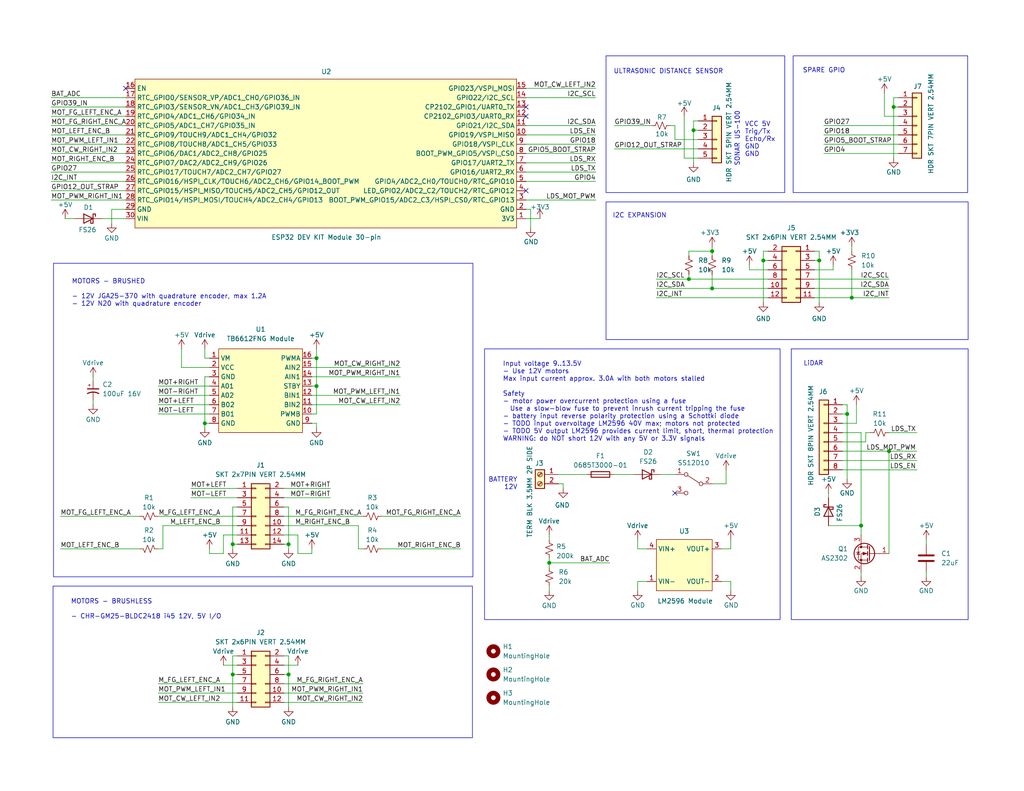
<source format=kicad_sch>
(kicad_sch (version 20230121) (generator eeschema)
  (paper "USLetter")
  (title_block (title "ESP32 Combined") (date "2024-03-29") (rev "0.1.0") (company "makerspet.com"))
  (lib_symbols
    (symbol "Device:C" (pin_numbers hide) (pin_names (offset 0.254))
      (property "Reference" "C" (at 0.635 2.54 0))
      (property "Value" "C" (at 0.635 -2.54 0))
      (symbol "C_1_1"
        (pin passive line (at 0 3.81 270) (length 2.794) (name "~") (number "1"))
        (pin passive line (at 0 -3.81 90) (length 2.794) (name "~") (number "2"))
      )
    )
    (symbol "Device:C_Polarized_Small_US" (pin_numbers hide) (pin_names (offset 0.254) hide)
      (property "Reference" "C" (at 0.254 1.778 0))
      (property "Value" "C_Polarized_Small_US" (at 0.254 -2.032 0))
      (symbol "C_Polarized_Small_US_1_1"
        (pin passive line (at 0 2.54 270) (length 2.032) (name "~") (number "1"))
        (pin passive line (at 0 -2.54 90) (length 2.032) (name "~") (number "2"))
      )
    )
    (symbol "Device:D_Schottky" (pin_numbers hide) (pin_names (offset 1.016) hide)
      (property "Reference" "D" (at 0 2.54 0))
      (property "Value" "D_Schottky" (at 0 -2.54 0))
      (symbol "D_Schottky_1_1"
        (pin passive line (at -3.81 0 0) (length 2.54) (name "K") (number "1"))
        (pin passive line (at 3.81 0 180) (length 2.54) (name "A") (number "2"))
      )
    )
    (symbol "Device:Fuse" (pin_numbers hide) (pin_names (offset 0))
      (property "Reference" "F" (at 2.032 0 90))
      (property "Value" "Fuse" (at -1.905 0 90))
      (symbol "Fuse_1_1"
        (pin passive line (at 0 3.81 270) (length 1.27) (name "~") (number "1"))
        (pin passive line (at 0 -3.81 90) (length 1.27) (name "~") (number "2"))
      )
    )
    (symbol "Device:R_Small_US" (pin_numbers hide) (pin_names (offset 0.254) hide)
      (property "Reference" "R" (at 0.762 0.508 0))
      (property "Value" "R_Small_US" (at 0.762 -1.016 0))
      (symbol "R_Small_US_1_1"
        (pin passive line (at 0 2.54 270) (length 1.016) (name "~") (number "1"))
        (pin passive line (at 0 -2.54 90) (length 1.016) (name "~") (number "2"))
      )
    )
    (symbol "Makerspet:Conn_01x05_Key2" (pin_names (offset 1.016) hide)
      (property "Reference" "J" (at 0 7.62 0))
      (property "Value" "Conn_01x05_Key2" (at 0 -7.62 0))
      (symbol "Conn_01x05_Key2_1_1"
        (pin passive line (at -5.08 5.08 0) (length 3.81) (name "Pin_1") (number "1"))
        (pin passive line (at -5.08 2.54 0) (length 3.81) (name "Pin_2") (number "2"))
        (pin passive line (at -5.08 0 0) (length 3.81) (name "Pin_3") (number "3"))
        (pin passive line (at -5.08 -2.54 0) (length 3.81) (name "Pin_4") (number "4"))
        (pin passive line (at -5.08 -5.08 0) (length 3.81) (name "Pin_5") (number "5"))
      )
    )
    (symbol "Makerspet:Conn_01x07_Key2" (pin_names (offset 1.016) hide)
      (property "Reference" "J" (at 0 10.16 0))
      (property "Value" "Conn_01x07_Key2" (at 0 -10.16 0))
      (symbol "Conn_01x07_Key2_1_1"
        (pin passive line (at -5.08 7.62 0) (length 3.81) (name "Pin_1") (number "1"))
        (pin passive line (at -5.08 5.08 0) (length 3.81) (name "Pin_2") (number "2"))
        (pin passive line (at -5.08 2.54 0) (length 3.81) (name "Pin_3") (number "3"))
        (pin passive line (at -5.08 0 0) (length 3.81) (name "Pin_4") (number "4"))
        (pin passive line (at -5.08 -2.54 0) (length 3.81) (name "Pin_5") (number "5"))
        (pin passive line (at -5.08 -5.08 0) (length 3.81) (name "Pin_6") (number "6"))
        (pin passive line (at -5.08 -7.62 0) (length 3.81) (name "Pin_7") (number "7"))
      )
    )
    (symbol "Makerspet:Conn_01x08_Key2" (pin_names (offset 1.016) hide)
      (property "Reference" "J" (at 0 10.16 0))
      (property "Value" "Conn_01x08_Key2" (at 0 -12.7 0))
      (symbol "Conn_01x08_Key2_1_1"
        (pin passive line (at -5.08 7.62 0) (length 3.81) (name "Pin_1") (number "1"))
        (pin passive line (at -5.08 5.08 0) (length 3.81) (name "Pin_2") (number "2"))
        (pin passive line (at -5.08 2.54 0) (length 3.81) (name "Pin_3") (number "3"))
        (pin passive line (at -5.08 0 0) (length 3.81) (name "Pin_4") (number "4"))
        (pin passive line (at -5.08 -2.54 0) (length 3.81) (name "Pin_5") (number "5"))
        (pin passive line (at -5.08 -5.08 0) (length 3.81) (name "Pin_6") (number "6"))
        (pin passive line (at -5.08 -7.62 0) (length 3.81) (name "Pin_7") (number "7"))
        (pin passive line (at -5.08 -10.16 0) (length 3.81) (name "Pin_8") (number "8"))
      )
    )
    (symbol "Makerspet:Conn_02x06_Odd_Even_Key2" (pin_names (offset 1.016) hide)
      (property "Reference" "J" (at 1.27 7.62 0))
      (property "Value" "Conn_02x06_Odd_Even_Key2" (at 1.27 -10.16 0))
      (symbol "Conn_02x06_Odd_Even_Key2_1_1"
        (pin passive line (at -5.08 5.08 0) (length 3.81) (name "Pin_1") (number "1"))
        (pin passive line (at 7.62 -5.08 180) (length 3.81) (name "Pin_10") (number "10"))
        (pin passive line (at -5.08 -7.62 0) (length 3.81) (name "Pin_11") (number "11"))
        (pin passive line (at 7.62 -7.62 180) (length 3.81) (name "Pin_12") (number "12"))
        (pin passive line (at 7.62 5.08 180) (length 3.81) (name "Pin_2") (number "2"))
        (pin passive line (at -5.08 2.54 0) (length 3.81) (name "Pin_3") (number "3"))
        (pin passive line (at 7.62 2.54 180) (length 3.81) (name "Pin_4") (number "4"))
        (pin passive line (at -5.08 0 0) (length 3.81) (name "Pin_5") (number "5"))
        (pin passive line (at 7.62 0 180) (length 3.81) (name "Pin_6") (number "6"))
        (pin passive line (at -5.08 -2.54 0) (length 3.81) (name "Pin_7") (number "7"))
        (pin passive line (at 7.62 -2.54 180) (length 3.81) (name "Pin_8") (number "8"))
        (pin passive line (at -5.08 -5.08 0) (length 3.81) (name "Pin_9") (number "9"))
      )
    )
    (symbol "Makerspet:Conn_02x06_Odd_Even_Key3" (pin_names (offset 1.016) hide)
      (property "Reference" "J" (at 1.27 7.62 0))
      (property "Value" "Conn_02x06_Odd_Even_Key3" (at 1.27 -10.16 0))
      (symbol "Conn_02x06_Odd_Even_Key3_1_1"
        (pin passive line (at -5.08 5.08 0) (length 3.81) (name "Pin_1") (number "1"))
        (pin passive line (at 7.62 -5.08 180) (length 3.81) (name "Pin_10") (number "10"))
        (pin passive line (at -5.08 -7.62 0) (length 3.81) (name "Pin_11") (number "11"))
        (pin passive line (at 7.62 -7.62 180) (length 3.81) (name "Pin_12") (number "12"))
        (pin passive line (at 7.62 5.08 180) (length 3.81) (name "Pin_2") (number "2"))
        (pin passive line (at -5.08 2.54 0) (length 3.81) (name "Pin_3") (number "3"))
        (pin passive line (at 7.62 2.54 180) (length 3.81) (name "Pin_4") (number "4"))
        (pin passive line (at -5.08 0 0) (length 3.81) (name "Pin_5") (number "5"))
        (pin passive line (at 7.62 0 180) (length 3.81) (name "Pin_6") (number "6"))
        (pin passive line (at -5.08 -2.54 0) (length 3.81) (name "Pin_7") (number "7"))
        (pin passive line (at 7.62 -2.54 180) (length 3.81) (name "Pin_8") (number "8"))
        (pin passive line (at -5.08 -5.08 0) (length 3.81) (name "Pin_9") (number "9"))
      )
    )
    (symbol "Makerspet:Conn_02x07_Odd_Even_Key3" (pin_names (offset 1.016) hide)
      (property "Reference" "J" (at 1.27 10.16 0))
      (property "Value" "Conn_02x07_Odd_Even_Key3" (at 1.27 -10.16 0))
      (symbol "Conn_02x07_Odd_Even_Key3_1_1"
        (pin passive line (at -5.08 7.62 0) (length 3.81) (name "Pin_1") (number "1"))
        (pin passive line (at 7.62 -2.54 180) (length 3.81) (name "Pin_10") (number "10"))
        (pin passive line (at -5.08 -5.08 0) (length 3.81) (name "Pin_11") (number "11"))
        (pin passive line (at 7.62 -5.08 180) (length 3.81) (name "Pin_12") (number "12"))
        (pin passive line (at -5.08 -7.62 0) (length 3.81) (name "Pin_13") (number "13"))
        (pin passive line (at 7.62 -7.62 180) (length 3.81) (name "Pin_14") (number "14"))
        (pin passive line (at 7.62 7.62 180) (length 3.81) (name "Pin_2") (number "2"))
        (pin passive line (at -5.08 5.08 0) (length 3.81) (name "Pin_3") (number "3"))
        (pin passive line (at 7.62 5.08 180) (length 3.81) (name "Pin_4") (number "4"))
        (pin passive line (at -5.08 2.54 0) (length 3.81) (name "Pin_5") (number "5"))
        (pin passive line (at 7.62 2.54 180) (length 3.81) (name "Pin_6") (number "6"))
        (pin passive line (at -5.08 0 0) (length 3.81) (name "Pin_7") (number "7"))
        (pin passive line (at 7.62 0 180) (length 3.81) (name "Pin_8") (number "8"))
        (pin passive line (at -5.08 -2.54 0) (length 3.81) (name "Pin_9") (number "9"))
      )
    )
    (symbol "Makerspet:ESP32-DOIT-V1"
      (property "Reference" "U1" (at -1.27 21.59 0))
      (property "Value" "ESP32 DEV KIT DOIT 30-pin" (at -1.27 24.13 0))
      (symbol "ESP32-DOIT-V1_1_1"
        (pin power_out line (at 53.34 -17.78 180) (length 2.54) (name "3V3") (number "1"))
        (pin bidirectional line (at 53.34 5.08 180) (length 2.54) (name "GPIO19/VSPI_MISO") (number "10"))
        (pin bidirectional line (at 53.34 7.62 180) (length 2.54) (name "GPIO21/I2C_SDA") (number "11"))
        (pin bidirectional line (at 53.34 10.16 180) (length 2.54) (name "CP2102_GPIO3/UART0_RX") (number "12"))
        (pin bidirectional line (at 53.34 12.7 180) (length 2.54) (name "CP2102_GPIO1/UART0_TX") (number "13"))
        (pin bidirectional line (at 53.34 15.24 180) (length 2.54) (name "GPIO22/I2C_SCL") (number "14"))
        (pin bidirectional line (at 53.34 17.78 180) (length 2.54) (name "GPIO23/VSPI_MOSI") (number "15"))
        (pin bidirectional line (at -55.88 17.78 0) (length 2.54) (name "EN") (number "16"))
        (pin bidirectional line (at -55.88 15.24 0) (length 2.54) (name "RTC_GPIO0/SENSOR_VP/ADC1_CH0/GPIO36_IN") (number "17"))
        (pin bidirectional line (at -55.88 12.7 0) (length 2.54) (name "RTC_GPIO3/SENSOR_VN/ADC1_CH3/GPIO39_IN") (number "18"))
        (pin bidirectional line (at -55.88 10.16 0) (length 2.54) (name "RTC_GPIO4/ADC1_CH6/GPIO34_IN") (number "19"))
        (pin passive line (at 53.34 -15.24 180) (length 2.54) (name "GND") (number "2"))
        (pin bidirectional line (at -55.88 7.62 0) (length 2.54) (name "RTC_GPIO5/ADC1_CH7/GPIO35_IN") (number "20"))
        (pin bidirectional line (at -55.88 5.08 0) (length 2.54) (name "RTC_GPIO9/TOUCH9/ADC1_CH4/GPIO32") (number "21"))
        (pin bidirectional line (at -55.88 2.54 0) (length 2.54) (name "RTC_GPIO8/TOUCH8/ADC1_CH5/GPIO33") (number "22"))
        (pin bidirectional line (at -55.88 0 0) (length 2.54) (name "RTC_GPIO6/DAC1/ADC2_CH8/GPIO25") (number "23"))
        (pin bidirectional line (at -55.88 -2.54 0) (length 2.54) (name "RTC_GPIO7/DAC2/ADC2_CH9/GPIO26") (number "24"))
        (pin bidirectional line (at -55.88 -5.08 0) (length 2.54) (name "RTC_GPIO17/TOUCH7/ADC2_CH7/GPIO27") (number "25"))
        (pin bidirectional line (at -55.88 -7.62 0) (length 2.54) (name "RTC_GPIO16/HSPI_CLK/TOUCH6/ADC2_CH6/GPIO14_BOOT_PWM") (number "26"))
        (pin bidirectional line (at -55.88 -10.16 0) (length 2.54) (name "RTC_GPIO15/HSPI_MISO/TOUCH5/ADC2_CH5/GPIO12_OUT") (number "27"))
        (pin bidirectional line (at -55.88 -12.7 0) (length 2.54) (name "RTC_GPIO14/HSPI_MOSI/TOUCH4/ADC2_CH4/GPIO13") (number "28"))
        (pin passive line (at -55.88 -15.24 0) (length 2.54) (name "GND") (number "29"))
        (pin bidirectional line (at 53.34 -12.7 180) (length 2.54) (name "BOOT_PWM_GPIO15/ADC2_C3/HSPI_CS0/RTC_GPIO13") (number "3"))
        (pin power_in line (at -55.88 -17.78 0) (length 2.54) (name "VIN") (number "30"))
        (pin bidirectional line (at 53.34 -10.16 180) (length 2.54) (name "LED_GPIO2/ADC2_C2/TOUCH2/RTC_GPIO12") (number "4"))
        (pin bidirectional line (at 53.34 -7.62 180) (length 2.54) (name "GPIO4/ADC2_CH0/TOUCH0/RTC_GPIO10") (number "5"))
        (pin bidirectional line (at 53.34 -5.08 180) (length 2.54) (name "GPIO16/UART2_RX") (number "6"))
        (pin bidirectional line (at 53.34 -2.54 180) (length 2.54) (name "GPIO17/UART2_TX") (number "7"))
        (pin bidirectional line (at 53.34 0 180) (length 2.54) (name "BOOT_PWM_GPIO5/VSPI_CS0") (number "8"))
        (pin bidirectional line (at 53.34 2.54 180) (length 2.54) (name "GPIO18/VSPI_CLK") (number "9"))
      )
    )
    (symbol "Makerspet:LM2596 Module"
      (property "Reference" "U" (at 0 -1.27 0))
      (symbol "LM2596 Module_1_1"
        (pin passive line (at -10.16 -13.97 0) (length 2.54) (name "VIN-") (number "1"))
        (pin passive line (at 10.16 -13.97 180) (length 2.54) (name "VOUT-") (number "2"))
        (pin power_out line (at 10.16 -5.08 180) (length 2.54) (name "VOUT+") (number "3"))
        (pin power_in line (at -10.16 -5.08 0) (length 2.54) (name "VIN+") (number "4"))
      )
    )
    (symbol "Makerspet:Screw_Terminal_01x02" (pin_names (offset 1.016) hide)
      (property "Reference" "J" (at 0 2.54 0))
      (property "Value" "Screw_Terminal_01x02" (at 0 -5.08 0))
      (symbol "Screw_Terminal_01x02_1_1"
        (pin power_out line (at -5.08 0 0) (length 3.81) (name "Pin_1") (number "1"))
        (pin power_out line (at -5.08 -2.54 0) (length 3.81) (name "Pin_2") (number "2"))
      )
    )
    (symbol "Makerspet:TB6612FNG Module"
      (property "Reference" "U?" (at -1.27 13.97 0))
      (property "Value" "TB6612FNG Module" (at -1.27 16.51 0))
      (symbol "TB6612FNG Module_1_1"
        (pin power_in line (at -13.97 8.89 0) (length 2.54) (name "VM") (number "1"))
        (pin input line (at 13.97 -6.35 180) (length 2.54) (name "PWMB") (number "10"))
        (pin input line (at 13.97 -3.81 180) (length 2.54) (name "BIN2") (number "11"))
        (pin input line (at 13.97 -1.27 180) (length 2.54) (name "BIN1") (number "12"))
        (pin input line (at 13.97 1.27 180) (length 2.54) (name "STBY") (number "13"))
        (pin input line (at 13.97 3.81 180) (length 2.54) (name "AIN1") (number "14"))
        (pin input line (at 13.97 6.35 180) (length 2.54) (name "AIN2") (number "15"))
        (pin input line (at 13.97 8.89 180) (length 2.54) (name "PWMA") (number "16"))
        (pin power_in line (at -13.97 6.35 0) (length 2.54) (name "VCC") (number "2"))
        (pin passive line (at -13.97 3.81 0) (length 2.54) (name "GND") (number "3"))
        (pin passive line (at -13.97 1.27 0) (length 2.54) (name "A01") (number "4"))
        (pin passive line (at -13.97 -1.27 0) (length 2.54) (name "A02") (number "5"))
        (pin bidirectional line (at -13.97 -3.81 0) (length 2.54) (name "B02") (number "6"))
        (pin passive line (at -13.97 -6.35 0) (length 2.54) (name "B01") (number "7"))
        (pin passive line (at -13.97 -8.89 0) (length 2.54) (name "GND") (number "8"))
        (pin passive line (at 13.97 -8.89 180) (length 2.54) (name "GND") (number "9"))
      )
    )
    (symbol "Mechanical:MountingHole" (pin_names (offset 1.016))
      (property "Reference" "H" (at 0 5.08 0))
      (property "Value" "MountingHole" (at 0 3.175 0))
    )
    (symbol "Switch:SW_SPDT" (pin_names (offset 0) hide)
      (property "Reference" "SW" (at 0 4.318 0))
      (property "Value" "SW_SPDT" (at 0 -5.08 0))
      (symbol "SW_SPDT_1_1"
        (pin passive line (at 5.08 2.54 180) (length 2.54) (name "A") (number "1"))
        (pin passive line (at -5.08 0 0) (length 2.54) (name "B") (number "2"))
        (pin passive line (at 5.08 -2.54 180) (length 2.54) (name "C") (number "3"))
      )
    )
    (symbol "Transistor_FET:BSS123" (pin_names hide)
      (property "Reference" "Q" (at 5.08 1.905 0))
      (property "Value" "BSS123" (at 5.08 0 0))
      (symbol "BSS123_1_1"
        (pin input line (at -5.08 0 0) (length 2.54) (name "G") (number "1"))
        (pin passive line (at 2.54 -5.08 90) (length 2.54) (name "S") (number "2"))
        (pin passive line (at 2.54 5.08 270) (length 2.54) (name "D") (number "3"))
      )
    )
    (symbol "power:+3V3" (power) (pin_names (offset 0))
      (property "Value" "+3V3" (at 0 3.556 0))
      (symbol "+3V3_1_1"
        (pin power_in line (at 0 0 90) (length 0) hide (name "+3V3") (number "1"))
      )
    )
    (symbol "power:+5V" (power) (pin_names (offset 0))
      (property "Value" "+5V" (at 0 3.556 0))
      (symbol "+5V_1_1"
        (pin power_in line (at 0 0 90) (length 0) hide (name "+5V") (number "1"))
      )
    )
    (symbol "power:GND" (power) (pin_names (offset 0))
      (property "Value" "GND" (at 0 -3.81 0))
      (symbol "GND_1_1"
        (pin power_in line (at 0 0 270) (length 0) hide (name "GND") (number "1"))
      )
    )
    (symbol "power:Vdrive" (power) (pin_names (offset 0))
      (property "Value" "Vdrive" (at 0 3.81 0))
      (symbol "Vdrive_1_1"
        (pin power_in line (at 0 0 90) (length 0) hide (name "Vdrive") (number "1"))
      )
    )
  )
  (junction (at 223.52 71.12))
  (junction (at 189.23 35.56))
  (junction (at 234.95 143.51))
  (junction (at 86.36 105.41))
  (junction (at 194.31 68.58))
  (junction (at 194.31 78.74))
  (junction (at 149.86 153.67))
  (junction (at 232.41 81.28))
  (junction (at 63.5 148.59))
  (junction (at 231.14 113.03))
  (junction (at 78.74 184.15))
  (junction (at 63.5 184.15))
  (junction (at 86.36 97.79))
  (junction (at 187.96 76.2))
  (junction (at 208.28 71.12))
  (junction (at 55.88 115.57))
  (junction (at 78.74 148.59))
  (junction (at 243.84 29.21))
  (junction (at 242.57 123.19))
  (no_connect (at 34.29 24.13))
  (no_connect (at 143.51 31.75))
  (no_connect (at 143.51 29.21))
  (no_connect (at 143.51 52.07))
  (no_connect (at 184.15 134.62))
  (wire (pts (xy 143.51 39.37) (xy 162.56 39.37)))
  (wire (pts (xy 224.79 41.91) (xy 245.11 41.91)))
  (wire (pts (xy 243.84 26.67) (xy 243.84 29.21)))
  (wire (pts (xy 86.36 115.57) (xy 86.36 116.84)))
  (wire (pts (xy 208.28 68.58) (xy 208.28 71.12)))
  (wire (pts (xy 149.86 146.05) (xy 149.86 147.32)))
  (wire (pts (xy 229.87 110.49) (xy 231.14 110.49)))
  (wire (pts (xy 208.28 71.12) (xy 209.55 71.12)))
  (wire (pts (xy 236.22 118.11) (xy 237.49 118.11)))
  (wire (pts (xy 27.94 59.69) (xy 34.29 59.69)))
  (wire (pts (xy 229.87 115.57) (xy 233.68 115.57)))
  (wire (pts (xy 144.78 57.15) (xy 144.78 62.23)))
  (wire (pts (xy 143.51 49.53) (xy 162.56 49.53)))
  (wire (pts (xy 229.87 123.19) (xy 242.57 123.19)))
  (wire (pts (xy 85.09 151.13) (xy 85.09 149.86)))
  (wire (pts (xy 85.09 102.87) (xy 109.22 102.87)))
  (wire (pts (xy 173.99 149.86) (xy 176.53 149.86)))
  (wire (pts (xy 78.74 148.59) (xy 77.47 148.59)))
  (wire (pts (xy 77.47 133.35) (xy 90.17 133.35)))
  (wire (pts (xy 85.09 115.57) (xy 86.36 115.57)))
  (wire (pts (xy 78.74 138.43) (xy 78.74 148.59)))
  (wire (pts (xy 149.86 153.67) (xy 149.86 154.94)))
  (wire (pts (xy 234.95 156.21) (xy 234.95 157.48)))
  (wire (pts (xy 232.41 67.31) (xy 232.41 68.58)))
  (wire (pts (xy 99.06 186.69) (xy 77.47 186.69)))
  (wire (pts (xy 63.5 148.59) (xy 64.77 148.59)))
  (wire (pts (xy 99.06 189.23) (xy 77.47 189.23)))
  (wire (pts (xy 229.87 128.27) (xy 250.19 128.27)))
  (wire (pts (xy 43.18 189.23) (xy 64.77 189.23)))
  (wire (pts (xy 63.5 179.07) (xy 63.5 184.15)))
  (wire (pts (xy 231.14 110.49) (xy 231.14 113.03)))
  (wire (pts (xy 179.07 78.74) (xy 194.31 78.74)))
  (wire (pts (xy 149.86 160.02) (xy 149.86 161.29)))
  (wire (pts (xy 143.51 26.67) (xy 162.56 26.67)))
  (wire (pts (xy 222.25 81.28) (xy 232.41 81.28)))
  (wire (pts (xy 184.15 38.1) (xy 190.5 38.1)))
  (wire (pts (xy 13.97 41.91) (xy 34.29 41.91)))
  (wire (pts (xy 86.36 95.25) (xy 86.36 97.79)))
  (wire (pts (xy 204.47 72.39) (xy 204.47 73.66)))
  (wire (pts (xy 143.51 44.45) (xy 162.56 44.45)))
  (wire (pts (xy 198.12 128.27) (xy 198.12 132.08)))
  (wire (pts (xy 222.25 78.74) (xy 242.57 78.74)))
  (wire (pts (xy 167.64 34.29) (xy 177.8 34.29)))
  (wire (pts (xy 153.67 132.08) (xy 153.67 133.35)))
  (wire (pts (xy 13.97 31.75) (xy 34.29 31.75)))
  (wire (pts (xy 16.51 149.86) (xy 38.1 149.86)))
  (wire (pts (xy 55.88 102.87) (xy 55.88 115.57)))
  (wire (pts (xy 63.5 138.43) (xy 64.77 138.43)))
  (wire (pts (xy 63.5 184.15) (xy 64.77 184.15)))
  (wire (pts (xy 85.09 110.49) (xy 109.22 110.49)))
  (wire (pts (xy 252.73 147.32) (xy 252.73 148.59)))
  (wire (pts (xy 190.5 33.02) (xy 189.23 33.02)))
  (wire (pts (xy 227.33 72.39) (xy 227.33 73.66)))
  (wire (pts (xy 234.95 118.11) (xy 234.95 143.51)))
  (wire (pts (xy 242.57 123.19) (xy 242.57 151.13)))
  (wire (pts (xy 63.5 149.86) (xy 63.5 148.59)))
  (wire (pts (xy 86.36 105.41) (xy 86.36 97.79)))
  (wire (pts (xy 43.18 191.77) (xy 64.77 191.77)))
  (wire (pts (xy 44.45 143.51) (xy 64.77 143.51)))
  (wire (pts (xy 173.99 158.75) (xy 176.53 158.75)))
  (wire (pts (xy 241.3 25.4) (xy 241.3 31.75)))
  (wire (pts (xy 152.4 132.08) (xy 153.67 132.08)))
  (wire (pts (xy 229.87 125.73) (xy 250.19 125.73)))
  (wire (pts (xy 149.86 152.4) (xy 149.86 153.67)))
  (wire (pts (xy 187.96 76.2) (xy 209.55 76.2)))
  (wire (pts (xy 143.51 46.99) (xy 162.56 46.99)))
  (wire (pts (xy 194.31 74.93) (xy 194.31 78.74)))
  (wire (pts (xy 189.23 35.56) (xy 189.23 44.45)))
  (wire (pts (xy 173.99 161.29) (xy 173.99 158.75)))
  (wire (pts (xy 229.87 120.65) (xy 236.22 120.65)))
  (wire (pts (xy 43.18 113.03) (xy 57.15 113.03)))
  (wire (pts (xy 57.15 151.13) (xy 57.15 149.86)))
  (wire (pts (xy 13.97 36.83) (xy 34.29 36.83)))
  (wire (pts (xy 199.39 161.29) (xy 199.39 158.75)))
  (wire (pts (xy 190.5 43.18) (xy 186.69 43.18)))
  (wire (pts (xy 245.11 26.67) (xy 243.84 26.67)))
  (wire (pts (xy 34.29 57.15) (xy 30.48 57.15)))
  (wire (pts (xy 231.14 130.81) (xy 231.14 113.03)))
  (wire (pts (xy 57.15 102.87) (xy 55.88 102.87)))
  (wire (pts (xy 13.97 34.29) (xy 34.29 34.29)))
  (wire (pts (xy 52.07 133.35) (xy 64.77 133.35)))
  (wire (pts (xy 13.97 52.07) (xy 34.29 52.07)))
  (wire (pts (xy 209.55 68.58) (xy 208.28 68.58)))
  (wire (pts (xy 43.18 186.69) (xy 64.77 186.69)))
  (wire (pts (xy 223.52 68.58) (xy 223.52 71.12)))
  (wire (pts (xy 25.4 102.87) (xy 25.4 104.14)))
  (wire (pts (xy 97.79 143.51) (xy 97.79 149.86)))
  (wire (pts (xy 179.07 76.2) (xy 187.96 76.2)))
  (wire (pts (xy 77.47 143.51) (xy 97.79 143.51)))
  (wire (pts (xy 57.15 97.79) (xy 55.88 97.79)))
  (wire (pts (xy 43.18 110.49) (xy 57.15 110.49)))
  (wire (pts (xy 209.55 73.66) (xy 204.47 73.66)))
  (wire (pts (xy 189.23 35.56) (xy 190.5 35.56)))
  (wire (pts (xy 55.88 115.57) (xy 55.88 116.84)))
  (wire (pts (xy 194.31 78.74) (xy 209.55 78.74)))
  (wire (pts (xy 85.09 113.03) (xy 86.36 113.03)))
  (wire (pts (xy 81.28 151.13) (xy 85.09 151.13)))
  (wire (pts (xy 194.31 67.31) (xy 194.31 68.58)))
  (wire (pts (xy 77.47 138.43) (xy 78.74 138.43)))
  (wire (pts (xy 236.22 120.65) (xy 236.22 118.11)))
  (wire (pts (xy 232.41 81.28) (xy 242.57 81.28)))
  (wire (pts (xy 189.23 33.02) (xy 189.23 35.56)))
  (wire (pts (xy 143.51 41.91) (xy 162.56 41.91)))
  (wire (pts (xy 77.47 146.05) (xy 81.28 146.05)))
  (wire (pts (xy 43.18 107.95) (xy 57.15 107.95)))
  (wire (pts (xy 184.15 34.29) (xy 184.15 38.1)))
  (wire (pts (xy 243.84 29.21) (xy 245.11 29.21)))
  (wire (pts (xy 229.87 118.11) (xy 234.95 118.11)))
  (wire (pts (xy 63.5 184.15) (xy 63.5 193.04)))
  (wire (pts (xy 143.51 36.83) (xy 162.56 36.83)))
  (wire (pts (xy 143.51 54.61) (xy 162.56 54.61)))
  (wire (pts (xy 55.88 97.79) (xy 55.88 95.25)))
  (wire (pts (xy 232.41 73.66) (xy 232.41 81.28)))
  (wire (pts (xy 81.28 146.05) (xy 81.28 151.13)))
  (wire (pts (xy 186.69 43.18) (xy 186.69 31.75)))
  (wire (pts (xy 187.96 69.85) (xy 187.96 68.58)))
  (wire (pts (xy 222.25 71.12) (xy 223.52 71.12)))
  (wire (pts (xy 77.47 179.07) (xy 78.74 179.07)))
  (wire (pts (xy 85.09 107.95) (xy 109.22 107.95)))
  (wire (pts (xy 194.31 68.58) (xy 194.31 69.85)))
  (wire (pts (xy 25.4 109.22) (xy 25.4 110.49)))
  (wire (pts (xy 208.28 71.12) (xy 208.28 82.55)))
  (wire (pts (xy 86.36 113.03) (xy 86.36 105.41)))
  (wire (pts (xy 77.47 184.15) (xy 78.74 184.15)))
  (wire (pts (xy 55.88 115.57) (xy 57.15 115.57)))
  (wire (pts (xy 43.18 105.41) (xy 57.15 105.41)))
  (wire (pts (xy 64.77 179.07) (xy 63.5 179.07)))
  (wire (pts (xy 13.97 54.61) (xy 34.29 54.61)))
  (wire (pts (xy 81.28 181.61) (xy 77.47 181.61)))
  (wire (pts (xy 167.64 129.54) (xy 172.72 129.54)))
  (wire (pts (xy 167.64 40.64) (xy 190.5 40.64)))
  (wire (pts (xy 231.14 113.03) (xy 229.87 113.03)))
  (wire (pts (xy 57.15 100.33) (xy 49.53 100.33)))
  (wire (pts (xy 86.36 97.79) (xy 85.09 97.79)))
  (wire (pts (xy 180.34 129.54) (xy 184.15 129.54)))
  (wire (pts (xy 242.57 118.11) (xy 250.19 118.11)))
  (wire (pts (xy 143.51 24.13) (xy 162.56 24.13)))
  (wire (pts (xy 222.25 68.58) (xy 223.52 68.58)))
  (wire (pts (xy 60.96 181.61) (xy 64.77 181.61)))
  (wire (pts (xy 52.07 135.89) (xy 64.77 135.89)))
  (wire (pts (xy 179.07 81.28) (xy 209.55 81.28)))
  (wire (pts (xy 182.88 34.29) (xy 184.15 34.29)))
  (wire (pts (xy 77.47 135.89) (xy 90.17 135.89)))
  (wire (pts (xy 13.97 46.99) (xy 34.29 46.99)))
  (wire (pts (xy 196.85 149.86) (xy 199.39 149.86)))
  (wire (pts (xy 233.68 115.57) (xy 233.68 110.49)))
  (wire (pts (xy 243.84 29.21) (xy 243.84 43.18)))
  (wire (pts (xy 143.51 57.15) (xy 144.78 57.15)))
  (wire (pts (xy 242.57 123.19) (xy 250.19 123.19)))
  (wire (pts (xy 77.47 140.97) (xy 99.06 140.97)))
  (wire (pts (xy 196.85 158.75) (xy 199.39 158.75)))
  (wire (pts (xy 143.51 34.29) (xy 162.56 34.29)))
  (wire (pts (xy 224.79 36.83) (xy 245.11 36.83)))
  (wire (pts (xy 78.74 149.86) (xy 78.74 148.59)))
  (wire (pts (xy 13.97 39.37) (xy 34.29 39.37)))
  (wire (pts (xy 97.79 149.86) (xy 99.06 149.86)))
  (wire (pts (xy 226.06 143.51) (xy 234.95 143.51)))
  (wire (pts (xy 152.4 129.54) (xy 160.02 129.54)))
  (wire (pts (xy 17.78 59.69) (xy 20.32 59.69)))
  (wire (pts (xy 226.06 134.62) (xy 226.06 135.89)))
  (wire (pts (xy 60.96 151.13) (xy 57.15 151.13)))
  (wire (pts (xy 173.99 147.32) (xy 173.99 149.86)))
  (wire (pts (xy 99.06 191.77) (xy 77.47 191.77)))
  (wire (pts (xy 13.97 26.67) (xy 34.29 26.67)))
  (wire (pts (xy 187.96 68.58) (xy 194.31 68.58)))
  (wire (pts (xy 64.77 146.05) (xy 60.96 146.05)))
  (wire (pts (xy 223.52 71.12) (xy 223.52 82.55)))
  (wire (pts (xy 13.97 29.21) (xy 34.29 29.21)))
  (wire (pts (xy 104.14 149.86) (xy 125.73 149.86)))
  (wire (pts (xy 241.3 31.75) (xy 245.11 31.75)))
  (wire (pts (xy 104.14 140.97) (xy 125.73 140.97)))
  (wire (pts (xy 222.25 73.66) (xy 227.33 73.66)))
  (wire (pts (xy 85.09 100.33) (xy 109.22 100.33)))
  (wire (pts (xy 149.86 153.67) (xy 166.37 153.67)))
  (wire (pts (xy 252.73 156.21) (xy 252.73 157.48)))
  (wire (pts (xy 85.09 105.41) (xy 86.36 105.41)))
  (wire (pts (xy 224.79 39.37) (xy 245.11 39.37)))
  (wire (pts (xy 43.18 140.97) (xy 64.77 140.97)))
  (wire (pts (xy 78.74 184.15) (xy 78.74 193.04)))
  (wire (pts (xy 234.95 143.51) (xy 234.95 146.05)))
  (wire (pts (xy 49.53 100.33) (xy 49.53 95.25)))
  (wire (pts (xy 198.12 132.08) (xy 194.31 132.08)))
  (wire (pts (xy 224.79 34.29) (xy 245.11 34.29)))
  (wire (pts (xy 63.5 148.59) (xy 63.5 138.43)))
  (wire (pts (xy 44.45 143.51) (xy 44.45 149.86)))
  (wire (pts (xy 78.74 179.07) (xy 78.74 184.15)))
  (wire (pts (xy 60.96 146.05) (xy 60.96 151.13)))
  (wire (pts (xy 222.25 76.2) (xy 242.57 76.2)))
  (wire (pts (xy 30.48 57.15) (xy 30.48 60.96)))
  (wire (pts (xy 143.51 59.69) (xy 147.32 59.69)))
  (wire (pts (xy 13.97 49.53) (xy 34.29 49.53)))
  (wire (pts (xy 44.45 149.86) (xy 43.18 149.86)))
  (wire (pts (xy 13.97 44.45) (xy 34.29 44.45)))
  (wire (pts (xy 199.39 147.32) (xy 199.39 149.86)))
  (wire (pts (xy 187.96 74.93) (xy 187.96 76.2)))
  (wire (pts (xy 38.1 140.97) (xy 16.51 140.97)))
  (rectangle (start 14.478 160.02) (end 128.905 201.422))
  (rectangle (start 14.605 71.882) (end 129.032 157.48))
  (rectangle (start 165.354 55.118) (end 264.16 92.71))
  (rectangle (start 215.9 95.25) (end 264.16 169.164))
  (rectangle (start 132.207 95.25) (end 212.852 169.164))
  (rectangle (start 165.354 15.24) (end 214.122 52.578))
  (rectangle (start 216.408 15.24) (end 264.033 52.578))
  (text "SONAR US-100" (at 201.93 45.466 90) (effects (font (size 1.27 1.27)) (justify left bottom)))
  (text "VCC 5V\nTrig/Tx\nEcho/Rx\nGND\nGND\n" (at 203.2 42.926 0) (effects (font (size 1.27 1.27)) (justify left bottom)))
  (text "SPARE GPIO" (at 230.632 20.066 0) (effects (font (size 1.27 1.27)) (justify right bottom)))
  (text "MOTORS - BRUSHED\n\n- 12V JGA25-370 with quadrature encoder, max 1.2A\n- 12V N20 with quadrature encoder" (at 19.558 83.82 0) (effects (font (size 1.27 1.27)) (justify left bottom)))
  (text "ULTRASONIC DISTANCE SENSOR" (at 197.358 20.32 0) (effects (font (size 1.27 1.27)) (justify right bottom)))
  (text "I2C EXPANSION" (at 167.132 59.69 0) (effects (font (size 1.27 1.27)) (justify left bottom)))
  (text "Input voltage 9..13.5V\n- Use 12V motors\nMax input current approx. 3.0A with both motors stalled\n\nSafety\n- motor power overcurrent protection using a fuse\n  Use a slow-blow fuse to prevent inrush current tripping the fuse\n- battery input reverse polarity protection using a Schottki diode\n- TODO input overvoltage LM2596 40V max; motors not protected\n- TODO 5V output LM2596 provides current limit, short, thermal protection\nWARNING: do NOT short 12V with any 5V or 3.3V signals" (at 137.16 120.65 0) (effects (font (size 1.27 1.27)) (justify left bottom)))
  (text "MOTORS - BRUSHLESS\n\n- CHR-GM25-BLDC2418 i45 12V, 5V I/O" (at 19.304 169.164 0) (effects (font (size 1.27 1.27)) (justify left bottom)))
  (text "BATTERY\n12V" (at 141.224 133.858 0) (effects (font (size 1.27 1.27)) (justify right bottom)))
  (text "LiDAR" (at 219.202 100.076 0) (effects (font (size 1.27 1.27)) (justify left bottom)))
  (label "M_LEFT_ENC_B" (at 60.198 143.51 180))
  (label "MOT_FG_LEFT_ENC_A" (at 13.97 31.75 0))
  (label "MOT_RIGHT_ENC_B" (at 13.97 44.45 0))
  (label "MOT_FG_LEFT_ENC_A" (at 16.51 140.97 0))
  (label "GPIO12_OUT_STRAP" (at 167.64 40.64 0))
  (label "LDS_RX" (at 162.56 44.45 180))
  (label "BAT_ADC" (at 13.97 26.67 0))
  (label "M_FG_RIGHT_ENC_A" (at 80.518 140.97 0))
  (label "GPIO5_BOOT_STRAP" (at 162.56 41.91 180))
  (label "GPIO39_IN" (at 167.64 34.29 0))
  (label "MOT+LEFT" (at 43.18 110.49 0))
  (label "GPIO18" (at 162.56 39.37 180))
  (label "LDS_TX" (at 162.56 46.99 180))
  (label "MOT_CW_LEFT_IN2" (at 162.56 24.13 180))
  (label "MOT+LEFT" (at 52.07 133.35 0))
  (label "LDS_TX" (at 249.936 118.11 180))
  (label "I2C_SDA" (at 242.57 78.74 180))
  (label "MOT_PWM_RIGHT_IN1" (at 109.22 102.87 180))
  (label "MOT_LEFT_ENC_B" (at 16.51 149.86 0))
  (label "I2C_SDA" (at 162.56 34.29 180))
  (label "MOT-RIGHT" (at 90.17 135.89 180))
  (label "MOT-LEFT" (at 43.18 113.03 0))
  (label "BAT_ADC" (at 166.37 153.67 180))
  (label "M_FG_LEFT_ENC_A" (at 60.198 140.97 180))
  (label "MOT_RIGHT_ENC_B" (at 125.73 149.86 180))
  (label "LDS_EN" (at 249.936 128.27 180))
  (label "MOT-RIGHT" (at 43.18 107.95 0))
  (label "M_RIGHT_ENC_B" (at 80.518 143.51 0))
  (label "MOT_PWM_LEFT_IN1" (at 13.97 39.37 0))
  (label "MOT_CW_LEFT_IN2" (at 109.22 110.49 180))
  (label "LDS_EN" (at 162.56 36.83 180))
  (label "MOT+RIGHT" (at 43.18 105.41 0))
  (label "I2C_SCL" (at 242.57 76.2 180))
  (label "I2C_INT" (at 242.57 81.28 180))
  (label "MOT_FG_RIGHT_ENC_A" (at 125.73 140.97 180))
  (label "M_FG_LEFT_ENC_A" (at 43.18 186.69 0))
  (label "MOT_LEFT_ENC_B" (at 13.97 36.83 0))
  (label "M_FG_RIGHT_ENC_A" (at 99.06 186.69 180))
  (label "GPIO27" (at 13.97 46.99 0))
  (label "MOT_CW_RIGHT_IN2" (at 13.97 41.91 0))
  (label "MOT_PWM_LEFT_IN1" (at 43.18 189.23 0))
  (label "I2C_SDA" (at 179.07 78.74 0))
  (label "MOT_CW_RIGHT_IN2" (at 99.06 191.77 180))
  (label "MOT_CW_LEFT_IN2" (at 43.18 191.77 0))
  (label "GPIO18" (at 224.79 36.83 0))
  (label "GPIO27" (at 224.79 34.29 0))
  (label "I2C_INT" (at 179.07 81.28 0))
  (label "MOT_PWM_RIGHT_IN1" (at 13.97 54.61 0))
  (label "LDS_MOT_PWM" (at 162.56 54.61 180))
  (label "GPIO5_BOOT_STRAP" (at 224.79 39.37 0))
  (label "MOT_FG_RIGHT_ENC_A" (at 13.97 34.29 0))
  (label "GPIO39_IN" (at 13.97 29.21 0))
  (label "MOT_CW_RIGHT_IN2" (at 109.22 100.33 180))
  (label "MOT_PWM_LEFT_IN1" (at 109.22 107.95 180))
  (label "I2C_SCL" (at 162.56 26.67 180))
  (label "LDS_RX" (at 249.936 125.73 180))
  (label "I2C_SCL" (at 179.07 76.2 0))
  (label "MOT-LEFT" (at 52.07 135.89 0))
  (label "MOT+RIGHT" (at 90.17 133.35 180))
  (label "GPIO4" (at 224.79 41.91 0))
  (label "LDS_MOT_PWM" (at 249.936 123.19 180))
  (label "GPIO4" (at 162.56 49.53 180))
  (label "I2C_INT" (at 13.97 49.53 0))
  (label "MOT_PWM_RIGHT_IN1" (at 99.06 189.23 180))
  (label "GPIO12_OUT_STRAP" (at 13.97 52.07 0))
  (symbol (lib_id "power:+5V") (at 226.06 134.62 0) (unit 1)
    (property "Reference" "#PWR032" (effects hide))
    (property "Value" "+5V" (at 226.06 130.81 0))
  )
  (symbol (lib_id "power:GND") (at 55.88 116.84 0) (unit 1)
    (property "Reference" "#PWR05" (effects hide))
    (property "Value" "GND" (at 55.88 120.904 0))
  )
  (symbol (lib_id "power:GND") (at 173.99 161.29 0) (unit 1)
    (property "Reference" "#PWR022" (effects hide))
    (property "Value" "GND" (at 173.99 165.227 0))
  )
  (symbol (lib_id "power:+3V3") (at 147.32 59.69 0) (unit 1)
    (property "Reference" "#PWR017" (effects hide))
    (property "Value" "+3V3" (at 147.32 56.515 0))
  )
  (symbol (lib_id "power:+5V") (at 233.68 110.49 0) (unit 1)
    (property "Reference" "#PWR036" (effects hide))
    (property "Value" "+5V" (at 233.68 106.68 0))
  )
  (symbol (lib_id "power:GND") (at 144.78 62.23 0) (unit 1)
    (property "Reference" "#PWR016" (effects hide))
    (property "Value" "GND" (at 144.907 66.04 0))
  )
  (symbol (lib_id "Device:D_Schottky") (at 24.13 59.69 0) (mirror y) (unit 1)
    (property "Reference" "D1" (at 24.13 56.642 0))
    (property "Value" "FS26" (at 23.876 62.738 0))
    (property "Footprint" "Diode_SMD:D_SOD-123F" (effects hide))
    (property "Datasheet" "https://www.digikey.com/en/products/detail/good-ark-semiconductor/FS26/18667798" (effects hide))
  )
  (symbol (lib_id "power:+5V") (at 241.3 25.4 0) (unit 1)
    (property "Reference" "#PWR038" (effects hide))
    (property "Value" "+5V" (at 241.3 21.59 0))
  )
  (symbol (lib_id "power:Vdrive") (at 81.28 181.61 0) (unit 1)
    (property "Reference" "#PWR012" (effects hide))
    (property "Value" "Vdrive" (at 81.28 177.8 0))
  )
  (symbol (lib_id "power:Vdrive") (at 55.88 95.25 0) (unit 1)
    (property "Reference" "#PWR04" (effects hide))
    (property "Value" "Vdrive" (at 55.88 91.44 0))
  )
  (symbol (lib_id "Switch:SW_SPDT") (at 189.23 132.08 0) (mirror y) (unit 1)
    (property "Reference" "SW1" (at 189.23 123.825 0))
    (property "Value" "SS12D10" (at 189.23 126.365 0))
    (property "Footprint" "Makerspet:SWITCH" (effects hide))
    (property "Datasheet" "https://www.aliexpress.us/item/3256803752541650.html" (effects hide))
  )
  (symbol (lib_id "Device:Fuse") (at 163.83 129.54 90) (unit 1)
    (property "Reference" "F1" (at 163.83 124.46 90))
    (property "Value" "0685T3000-01" (at 163.83 127 90))
    (property "Footprint" "Fuse:Fuse_1206_3216Metric" (effects hide))
    (property "Datasheet" "https://www.belfuse.com/resources/datasheets/circuitprotection/ds-cp-c1t-series.pdf" (effects hide))
  )
  (symbol (lib_id "power:+3V3") (at 194.31 67.31 0) (unit 1)
    (property "Reference" "#PWR025" (effects hide))
    (property "Value" "+3V3" (at 193.675 63.5 0))
  )
  (symbol (lib_id "Mechanical:MountingHole") (at 134.62 184.15 0) (unit 1) (in_bom no)
    (property "Reference" "H2" (at 137.16 182.88 0) (effects (justify left)))
    (property "Value" "MountingHole" (at 137.16 185.42 0) (effects (justify left)))
    (property "Footprint" "MountingHole:MountingHole_3.2mm_M3" (effects hide))
  )
  (symbol (lib_id "power:Vdrive") (at 25.4 102.87 0) (unit 1)
    (property "Reference" "#PWR043" (effects hide))
    (property "Value" "Vdrive" (at 25.4 99.06 0))
  )
  (symbol (lib_id "power:+3V3") (at 232.41 67.31 0) (unit 1)
    (property "Reference" "#PWR035" (effects hide))
    (property "Value" "+3V3" (at 231.775 63.5 0))
  )
  (symbol (lib_id "power:GND") (at 86.36 116.84 0) (unit 1)
    (property "Reference" "#PWR015" (effects hide))
    (property "Value" "GND" (at 86.36 120.904 0))
  )
  (symbol (lib_id "power:+5V") (at 85.09 149.86 0) (unit 1)
    (property "Reference" "#PWR013" (effects hide))
    (property "Value" "+5V" (at 85.09 146.05 0))
  )
  (symbol (lib_id "Makerspet:Conn_01x05_Key2") (at 195.58 38.1 0) (unit 1)
    (property "Reference" "J4" (at 194.31 29.464 0) (effects (justify left)))
    (property "Value" "HDR SKT 5PIN VERT 2.54MM" (at 198.882 49.784 90) (effects (justify left)))
    (property "Footprint" "Connector_PinSocket_2.54mm:PinSocket_1x05_P2.54mm_Vertical" (effects hide))
  )
  (symbol (lib_id "power:+5V") (at 186.69 31.75 0) (unit 1)
    (property "Reference" "#PWR023" (effects hide))
    (property "Value" "+5V" (at 186.69 28.194 0))
  )
  (symbol (lib_id "Device:R_Small_US") (at 187.96 72.39 0) (unit 1)
    (property "Reference" "R8" (at 190.5 71.12 0) (effects (justify left)))
    (property "Value" "10k" (at 190.5 73.66 0) (effects (justify left)))
    (property "Footprint" "Resistor_SMD:R_0603_1608Metric" (effects hide))
  )
  (symbol (lib_id "Device:D_Schottky") (at 226.06 139.7 90) (mirror x) (unit 1)
    (property "Reference" "D3" (at 223.012 139.7 0))
    (property "Value" "FS26" (at 229.108 139.954 0))
    (property "Footprint" "Diode_SMD:D_SOD-123F" (effects hide))
    (property "Datasheet" "https://www.digikey.com/en/products/detail/good-ark-semiconductor/FS26/18667798" (effects hide))
  )
  (symbol (lib_id "power:GND") (at 149.86 161.29 0) (unit 1)
    (property "Reference" "#PWR019" (effects hide))
    (property "Value" "GND" (at 149.86 165.354 0))
  )
  (symbol (lib_id "Makerspet:Conn_02x06_Odd_Even_Key2") (at 217.17 73.66 0) (mirror y) (unit 1)
    (property "Reference" "J5" (at 215.9 62.23 0))
    (property "Value" "SKT 2x6PIN VERT 2.54MM" (at 215.9 64.77 0))
    (property "Footprint" "Connector_PinSocket_2.54mm:PinSocket_2x06_P2.54mm_Vertical" (effects hide))
  )
  (symbol (lib_id "power:GND") (at 208.28 82.55 0) (unit 1)
    (property "Reference" "#PWR030" (effects hide))
    (property "Value" "GND" (at 208.28 86.995 0))
  )
  (symbol (lib_id "Device:R_Small_US") (at 101.6 140.97 270) (unit 1)
    (property "Reference" "R3" (at 101.6 135.897 90))
    (property "Value" "10k" (at 101.6 138.437 90))
    (property "Footprint" "Resistor_SMD:R_0603_1608Metric" (effects hide))
  )
  (symbol (lib_id "power:GND") (at 231.14 130.81 0) (unit 1)
    (property "Reference" "#PWR034" (effects hide))
    (property "Value" "GND" (at 231.14 134.62 0))
  )
  (symbol (lib_id "power:+5V") (at 86.36 95.25 0) (unit 1)
    (property "Reference" "#PWR014" (effects hide))
    (property "Value" "+5V" (at 86.36 91.44 0))
  )
  (symbol (lib_id "Transistor_FET:BSS123") (at 237.49 151.13 0) (mirror y) (unit 1)
    (property "Reference" "Q1" (at 231.394 149.86 0) (effects (justify left)))
    (property "Value" "AS2302" (at 231.394 152.4 0) (effects (justify left)))
    (property "Footprint" "Package_TO_SOT_SMD:SOT-23" (effects hide))
    (property "Datasheet" "https://www.digikey.com/en/products/detail/anbon-semiconductor-int-l-limited/AS2302/16708469" (effects hide))
  )
  (symbol (lib_id "Mechanical:MountingHole") (at 134.62 190.5 0) (unit 1) (in_bom no)
    (property "Reference" "H3" (at 137.16 189.23 0) (effects (justify left)))
    (property "Value" "MountingHole" (at 137.16 191.77 0) (effects (justify left)))
    (property "Footprint" "MountingHole:MountingHole_3.2mm_M3" (effects hide))
  )
  (symbol (lib_id "power:GND") (at 63.5 149.86 0) (mirror y) (unit 1)
    (property "Reference" "#PWR08" (effects hide))
    (property "Value" "GND" (at 63.5 153.924 0))
  )
  (symbol (lib_id "Makerspet:Conn_01x07_Key2") (at 250.19 34.29 0) (unit 1)
    (property "Reference" "J7" (at 249.174 23.622 0) (effects (justify left)))
    (property "Value" "HDR SKT 7PIN VERT 2.54MM" (at 254 47.498 90) (effects (justify left)))
    (property "Footprint" "Connector_PinSocket_2.54mm:PinSocket_1x07_P2.54mm_Vertical" (effects hide))
  )
  (symbol (lib_id "Makerspet:LM2596 Module") (at 186.69 144.78 0) (unit 1)
    (property "Reference" "U3" (at 186.69 145.034 0))
    (property "Value" "LM2596 Module" (at 186.944 164.084 0))
    (property "Footprint" "Makerspet:LM2596 Module SMD" (effects hide))
    (property "Link" "https://www.amazon.com/Zixtec-LM2596-Converter-Module-1-25V-30V/dp/B07VVXF7YX/" (effects hide))
  )
  (symbol (lib_id "power:GND") (at 223.52 82.55 0) (mirror y) (unit 1)
    (property "Reference" "#PWR031" (effects hide))
    (property "Value" "GND" (at 223.52 86.995 0))
  )
  (symbol (lib_id "Device:R_Small_US") (at 240.03 118.11 270) (unit 1)
    (property "Reference" "R11" (at 240.03 113.037 90))
    (property "Value" "10k" (at 240.03 115.577 90))
    (property "Footprint" "Resistor_SMD:R_0603_1608Metric" (effects hide))
  )
  (symbol (lib_id "Makerspet:ESP32-DOIT-V1") (at 90.17 41.91 0) (unit 1)
    (property "Reference" "U2" (at 89.027 19.558 0))
    (property "Value" "ESP32 DEV KIT Module 30-pin" (at 89.027 64.77 0))
    (property "Footprint" "Makerspet:ESP-32" (effects hide))
  )
  (symbol (lib_id "Device:R_Small_US") (at 149.86 157.48 180) (unit 1)
    (property "Reference" "R6" (at 152.4 156.21 0) (effects (justify right)))
    (property "Value" "20k" (at 152.4 158.75 0) (effects (justify right)))
    (property "Footprint" "Resistor_SMD:R_0603_1608Metric" (effects hide))
  )
  (symbol (lib_id "power:Vdrive") (at 173.99 147.32 0) (unit 1)
    (property "Reference" "#PWR021" (effects hide))
    (property "Value" "Vdrive" (at 173.99 143.51 0))
  )
  (symbol (lib_id "Mechanical:MountingHole") (at 134.62 177.8 0) (unit 1) (in_bom no)
    (property "Reference" "H1" (at 137.16 176.53 0) (effects (justify left)))
    (property "Value" "MountingHole" (at 137.16 179.07 0) (effects (justify left)))
    (property "Footprint" "MountingHole:MountingHole_3.2mm_M3" (effects hide))
  )
  (symbol (lib_id "power:+5V") (at 17.78 59.69 0) (unit 1)
    (property "Reference" "#PWR01" (effects hide))
    (property "Value" "+5V" (at 17.78 55.88 0))
  )
  (symbol (lib_id "Device:R_Small_US") (at 40.64 149.86 90) (mirror x) (unit 1)
    (property "Reference" "R2" (at 40.64 144.787 90))
    (property "Value" "10k" (at 40.64 147.327 90))
    (property "Footprint" "Resistor_SMD:R_0603_1608Metric" (effects hide))
  )
  (symbol (lib_id "Makerspet:Conn_02x07_Odd_Even_Key3") (at 69.85 140.97 0) (unit 1)
    (property "Reference" "J1" (at 71.12 127 0))
    (property "Value" "SKT 2x7PIN VERT 2.54MM" (at 71.12 129.54 0))
    (property "Footprint" "Connector_PinSocket_2.54mm:PinSocket_2x07_P2.54mm_Vertical" (effects hide))
  )
  (symbol (lib_id "Device:D_Schottky") (at 176.53 129.54 0) (mirror y) (unit 1)
    (property "Reference" "D2" (at 176.8475 123.444 0))
    (property "Value" "FS26" (at 176.8475 125.984 0))
    (property "Footprint" "Diode_SMD:D_SOD-123F" (effects hide))
    (property "Datasheet" "https://www.digikey.com/en/products/detail/good-ark-semiconductor/FS26/18667798" (effects hide))
  )
  (symbol (lib_id "Device:C") (at 252.73 152.4 0) (unit 1)
    (property "Reference" "C1" (at 256.794 151.13 0) (effects (justify left)))
    (property "Value" "22uF" (at 256.794 153.67 0) (effects (justify left)))
    (property "Footprint" "Capacitor_SMD:C_0603_1608Metric" (effects hide))
  )
  (symbol (lib_id "Makerspet:TB6612FNG Module") (at 71.12 106.68 0) (unit 1)
    (property "Reference" "U1" (at 71.12 89.916 0))
    (property "Value" "TB6612FNG Module" (at 71.12 92.456 0))
    (property "Footprint" "Makerspet:TB6612FNG Module" (effects hide))
  )
  (symbol (lib_id "power:GND") (at 189.23 44.45 0) (unit 1)
    (property "Reference" "#PWR024" (effects hide))
    (property "Value" "GND" (at 189.23 49.022 0))
  )
  (symbol (lib_id "power:GND") (at 78.74 193.04 0) (unit 1)
    (property "Reference" "#PWR011" (effects hide))
    (property "Value" "GND" (at 78.74 197.104 0))
  )
  (symbol (lib_id "power:+5V") (at 227.33 72.39 0) (mirror y) (unit 1)
    (property "Reference" "#PWR033" (effects hide))
    (property "Value" "+5V" (at 227.33 68.58 0))
  )
  (symbol (lib_id "power:GND") (at 252.73 157.48 0) (unit 1)
    (property "Reference" "#PWR041" (effects hide))
    (property "Value" "GND" (at 252.73 161.29 0))
  )
  (symbol (lib_id "power:GND") (at 63.5 193.04 0) (mirror y) (unit 1)
    (property "Reference" "#PWR09" (effects hide))
    (property "Value" "GND" (at 63.5 197.104 0))
  )
  (symbol (lib_id "Device:R_Small_US") (at 149.86 149.86 180) (unit 1)
    (property "Reference" "R5" (at 151.765 149.225 0) (effects (justify right)))
    (property "Value" "200k" (at 151.765 151.765 0) (effects (justify right)))
    (property "Footprint" "Resistor_SMD:R_0603_1608Metric" (effects hide))
  )
  (symbol (lib_id "Device:R_Small_US") (at 180.34 34.29 90) (unit 1)
    (property "Reference" "R7" (at 180.594 32.004 90))
    (property "Value" "10k" (at 180.594 36.576 90))
    (property "Footprint" "Resistor_SMD:R_0603_1608Metric" (effects hide))
  )
  (symbol (lib_id "power:GND") (at 199.39 161.29 0) (unit 1)
    (property "Reference" "#PWR028" (effects hide))
    (property "Value" "GND" (at 199.517 165.227 0))
  )
  (symbol (lib_id "power:Vdrive") (at 60.96 181.61 0) (mirror y) (unit 1)
    (property "Reference" "#PWR07" (effects hide))
    (property "Value" "Vdrive" (at 60.96 177.8 0))
  )
  (symbol (lib_id "Device:R_Small_US") (at 40.64 140.97 90) (mirror x) (unit 1)
    (property "Reference" "R1" (at 40.64 135.897 90))
    (property "Value" "10k" (at 40.64 138.437 90))
    (property "Footprint" "Resistor_SMD:R_0603_1608Metric" (effects hide))
  )
  (symbol (lib_id "power:+5V") (at 57.15 149.86 0) (mirror y) (unit 1)
    (property "Reference" "#PWR06" (effects hide))
    (property "Value" "+5V" (at 57.15 146.05 0))
  )
  (symbol (lib_id "Device:C_Polarized_Small_US") (at 25.4 106.68 0) (unit 1)
    (property "Reference" "C2" (at 27.94 104.9782 0) (effects (justify left)))
    (property "Value" "100uF 16V" (at 27.94 107.5182 0) (effects (justify left)))
    (property "Footprint" "Capacitor_Tantalum_SMD:CP_EIA-7343-15_Kemet-W" (effects hide))
  )
  (symbol (lib_id "Makerspet:Conn_01x08_Key2") (at 224.79 118.11 0) (mirror y) (unit 1)
    (property "Reference" "J6" (at 225.806 106.934 0) (effects (justify left)))
    (property "Value" "HDR SKT 8PIN VERT 2.54MM" (at 221.234 132.588 90) (effects (justify left)))
    (property "Footprint" "Connector_PinSocket_2.54mm:PinSocket_1x08_P2.54mm_Vertical" (effects hide))
  )
  (symbol (lib_id "power:GND") (at 78.74 149.86 0) (unit 1)
    (property "Reference" "#PWR010" (effects hide))
    (property "Value" "GND" (at 78.74 153.924 0))
  )
  (symbol (lib_id "power:+5V") (at 204.47 72.39 0) (unit 1)
    (property "Reference" "#PWR029" (effects hide))
    (property "Value" "+5V" (at 204.47 68.58 0))
  )
  (symbol (lib_id "power:GND") (at 243.84 43.18 0) (unit 1)
    (property "Reference" "#PWR039" (effects hide))
    (property "Value" "GND" (at 243.84 46.99 0))
  )
  (symbol (lib_id "power:GND") (at 153.67 133.35 0) (unit 1)
    (property "Reference" "#PWR020" (effects hide))
    (property "Value" "GND" (at 153.416 137.922 0))
  )
  (symbol (lib_id "power:+5V") (at 49.53 95.25 0) (unit 1)
    (property "Reference" "#PWR03" (effects hide))
    (property "Value" "+5V" (at 49.53 91.44 0))
  )
  (symbol (lib_id "Device:R_Small_US") (at 101.6 149.86 270) (unit 1)
    (property "Reference" "R4" (at 101.6 144.787 90))
    (property "Value" "10k" (at 101.6 147.327 90))
    (property "Footprint" "Resistor_SMD:R_0603_1608Metric" (effects hide))
  )
  (symbol (lib_id "Device:R_Small_US") (at 194.31 72.39 0) (unit 1)
    (property "Reference" "R9" (at 196.85 71.12 0) (effects (justify left)))
    (property "Value" "10k" (at 196.85 73.66 0) (effects (justify left)))
    (property "Footprint" "Resistor_SMD:R_0603_1608Metric" (effects hide))
  )
  (symbol (lib_id "power:+5V") (at 199.39 147.32 0) (unit 1)
    (property "Reference" "#PWR027" (effects hide))
    (property "Value" "+5V" (at 199.39 143.51 0))
  )
  (symbol (lib_id "power:+5V") (at 252.73 147.32 0) (unit 1)
    (property "Reference" "#PWR040" (effects hide))
    (property "Value" "+5V" (at 252.73 143.51 0))
  )
  (symbol (lib_id "power:Vdrive") (at 198.12 128.27 0) (unit 1)
    (property "Reference" "#PWR026" (effects hide))
    (property "Value" "Vdrive" (at 198.12 124.46 0))
  )
  (symbol (lib_id "Makerspet:Conn_02x06_Odd_Even_Key3") (at 69.85 184.15 0) (unit 1)
    (property "Reference" "J2" (at 71.12 172.72 0))
    (property "Value" "SKT 2x6PIN VERT 2.54MM" (at 71.12 175.26 0))
    (property "Footprint" "Connector_PinSocket_2.54mm:PinSocket_2x06_P2.54mm_Vertical" (effects hide))
  )
  (symbol (lib_id "Device:R_Small_US") (at 232.41 71.12 0) (unit 1)
    (property "Reference" "R10" (at 234.95 69.85 0) (effects (justify left)))
    (property "Value" "10k" (at 234.95 72.39 0) (effects (justify left)))
    (property "Footprint" "Resistor_SMD:R_0603_1608Metric" (effects hide))
  )
  (symbol (lib_id "power:GND") (at 234.95 157.48 0) (unit 1)
    (property "Reference" "#PWR037" (effects hide))
    (property "Value" "GND" (at 234.95 161.29 0))
  )
  (symbol (lib_id "power:GND") (at 25.4 110.49 0) (unit 1)
    (property "Reference" "#PWR042" (effects hide))
    (property "Value" "GND" (at 25.4 114.554 0))
  )
  (symbol (lib_id "Makerspet:Screw_Terminal_01x02") (at 147.32 129.54 0) (mirror y) (unit 1)
    (property "Reference" "J3" (at 148.336 126.492 0) (effects (justify left)))
    (property "Value" "TERM BLK 3.5MM 2P SIDE" (at 144.526 146.812 90) (effects (justify left)))
    (property "Footprint" "Makerspet:Terminal_Block_2p_3.5mm_SideEntry" (effects hide))
  )
  (symbol (lib_id "power:GND") (at 30.48 60.96 0) (unit 1)
    (property "Reference" "#PWR02" (effects hide))
    (property "Value" "GND" (at 30.48 65.024 0))
  )
  (symbol (lib_id "power:Vdrive") (at 149.86 146.05 0) (unit 1)
    (property "Reference" "#PWR018" (effects hide))
    (property "Value" "Vdrive" (at 149.86 142.24 0))
  )
)
</source>
